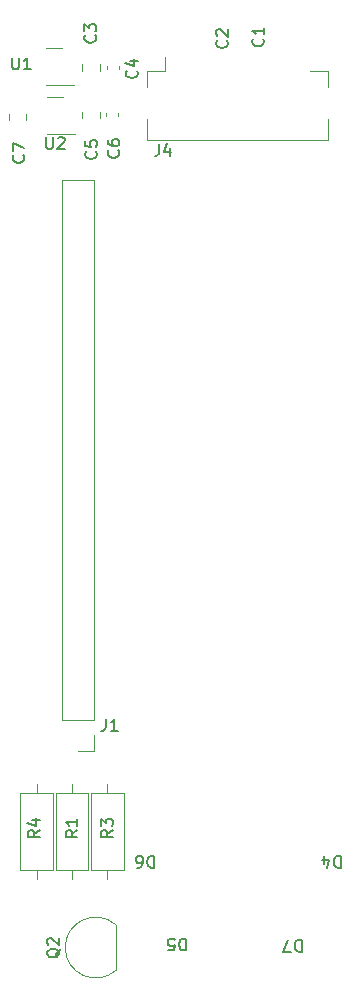
<source format=gbr>
%TF.GenerationSoftware,KiCad,Pcbnew,(6.0.6)*%
%TF.CreationDate,2022-07-04T20:27:39+02:00*%
%TF.ProjectId,vogelhuisje_camera_board,766f6765-6c68-4756-9973-6a655f63616d,rev?*%
%TF.SameCoordinates,Original*%
%TF.FileFunction,Legend,Top*%
%TF.FilePolarity,Positive*%
%FSLAX46Y46*%
G04 Gerber Fmt 4.6, Leading zero omitted, Abs format (unit mm)*
G04 Created by KiCad (PCBNEW (6.0.6)) date 2022-07-04 20:27:39*
%MOMM*%
%LPD*%
G01*
G04 APERTURE LIST*
%ADD10C,0.150000*%
%ADD11C,0.120000*%
G04 APERTURE END LIST*
D10*
%TO.C,D7*%
X120438095Y-145147619D02*
X120438095Y-146147619D01*
X120200000Y-146147619D01*
X120057142Y-146100000D01*
X119961904Y-146004761D01*
X119914285Y-145909523D01*
X119866666Y-145719047D01*
X119866666Y-145576190D01*
X119914285Y-145385714D01*
X119961904Y-145290476D01*
X120057142Y-145195238D01*
X120200000Y-145147619D01*
X120438095Y-145147619D01*
X119533333Y-146147619D02*
X118866666Y-146147619D01*
X119295238Y-145147619D01*
%TO.C,C6*%
X104917142Y-78306666D02*
X104964761Y-78354285D01*
X105012380Y-78497142D01*
X105012380Y-78592380D01*
X104964761Y-78735238D01*
X104869523Y-78830476D01*
X104774285Y-78878095D01*
X104583809Y-78925714D01*
X104440952Y-78925714D01*
X104250476Y-78878095D01*
X104155238Y-78830476D01*
X104060000Y-78735238D01*
X104012380Y-78592380D01*
X104012380Y-78497142D01*
X104060000Y-78354285D01*
X104107619Y-78306666D01*
X104012380Y-77449523D02*
X104012380Y-77640000D01*
X104060000Y-77735238D01*
X104107619Y-77782857D01*
X104250476Y-77878095D01*
X104440952Y-77925714D01*
X104821904Y-77925714D01*
X104917142Y-77878095D01*
X104964761Y-77830476D01*
X105012380Y-77735238D01*
X105012380Y-77544761D01*
X104964761Y-77449523D01*
X104917142Y-77401904D01*
X104821904Y-77354285D01*
X104583809Y-77354285D01*
X104488571Y-77401904D01*
X104440952Y-77449523D01*
X104393333Y-77544761D01*
X104393333Y-77735238D01*
X104440952Y-77830476D01*
X104488571Y-77878095D01*
X104583809Y-77925714D01*
%TO.C,Q2*%
X99987619Y-145905238D02*
X99940000Y-146000476D01*
X99844761Y-146095714D01*
X99701904Y-146238571D01*
X99654285Y-146333809D01*
X99654285Y-146429047D01*
X99892380Y-146381428D02*
X99844761Y-146476666D01*
X99749523Y-146571904D01*
X99559047Y-146619523D01*
X99225714Y-146619523D01*
X99035238Y-146571904D01*
X98940000Y-146476666D01*
X98892380Y-146381428D01*
X98892380Y-146190952D01*
X98940000Y-146095714D01*
X99035238Y-146000476D01*
X99225714Y-145952857D01*
X99559047Y-145952857D01*
X99749523Y-146000476D01*
X99844761Y-146095714D01*
X99892380Y-146190952D01*
X99892380Y-146381428D01*
X98987619Y-145571904D02*
X98940000Y-145524285D01*
X98892380Y-145429047D01*
X98892380Y-145190952D01*
X98940000Y-145095714D01*
X98987619Y-145048095D01*
X99082857Y-145000476D01*
X99178095Y-145000476D01*
X99320952Y-145048095D01*
X99892380Y-145619523D01*
X99892380Y-145000476D01*
%TO.C,C2*%
X114107142Y-69006666D02*
X114154761Y-69054285D01*
X114202380Y-69197142D01*
X114202380Y-69292380D01*
X114154761Y-69435238D01*
X114059523Y-69530476D01*
X113964285Y-69578095D01*
X113773809Y-69625714D01*
X113630952Y-69625714D01*
X113440476Y-69578095D01*
X113345238Y-69530476D01*
X113250000Y-69435238D01*
X113202380Y-69292380D01*
X113202380Y-69197142D01*
X113250000Y-69054285D01*
X113297619Y-69006666D01*
X113297619Y-68625714D02*
X113250000Y-68578095D01*
X113202380Y-68482857D01*
X113202380Y-68244761D01*
X113250000Y-68149523D01*
X113297619Y-68101904D01*
X113392857Y-68054285D01*
X113488095Y-68054285D01*
X113630952Y-68101904D01*
X114202380Y-68673333D01*
X114202380Y-68054285D01*
%TO.C,R1*%
X101452380Y-135866666D02*
X100976190Y-136200000D01*
X101452380Y-136438095D02*
X100452380Y-136438095D01*
X100452380Y-136057142D01*
X100500000Y-135961904D01*
X100547619Y-135914285D01*
X100642857Y-135866666D01*
X100785714Y-135866666D01*
X100880952Y-135914285D01*
X100928571Y-135961904D01*
X100976190Y-136057142D01*
X100976190Y-136438095D01*
X101452380Y-134914285D02*
X101452380Y-135485714D01*
X101452380Y-135200000D02*
X100452380Y-135200000D01*
X100595238Y-135295238D01*
X100690476Y-135390476D01*
X100738095Y-135485714D01*
%TO.C,U2*%
X98798095Y-77192380D02*
X98798095Y-78001904D01*
X98845714Y-78097142D01*
X98893333Y-78144761D01*
X98988571Y-78192380D01*
X99179047Y-78192380D01*
X99274285Y-78144761D01*
X99321904Y-78097142D01*
X99369523Y-78001904D01*
X99369523Y-77192380D01*
X99798095Y-77287619D02*
X99845714Y-77240000D01*
X99940952Y-77192380D01*
X100179047Y-77192380D01*
X100274285Y-77240000D01*
X100321904Y-77287619D01*
X100369523Y-77382857D01*
X100369523Y-77478095D01*
X100321904Y-77620952D01*
X99750476Y-78192380D01*
X100369523Y-78192380D01*
%TO.C,R3*%
X104452380Y-135866666D02*
X103976190Y-136200000D01*
X104452380Y-136438095D02*
X103452380Y-136438095D01*
X103452380Y-136057142D01*
X103500000Y-135961904D01*
X103547619Y-135914285D01*
X103642857Y-135866666D01*
X103785714Y-135866666D01*
X103880952Y-135914285D01*
X103928571Y-135961904D01*
X103976190Y-136057142D01*
X103976190Y-136438095D01*
X103452380Y-135533333D02*
X103452380Y-134914285D01*
X103833333Y-135247619D01*
X103833333Y-135104761D01*
X103880952Y-135009523D01*
X103928571Y-134961904D01*
X104023809Y-134914285D01*
X104261904Y-134914285D01*
X104357142Y-134961904D01*
X104404761Y-135009523D01*
X104452380Y-135104761D01*
X104452380Y-135390476D01*
X104404761Y-135485714D01*
X104357142Y-135533333D01*
%TO.C,D6*%
X107938095Y-138047619D02*
X107938095Y-139047619D01*
X107700000Y-139047619D01*
X107557142Y-139000000D01*
X107461904Y-138904761D01*
X107414285Y-138809523D01*
X107366666Y-138619047D01*
X107366666Y-138476190D01*
X107414285Y-138285714D01*
X107461904Y-138190476D01*
X107557142Y-138095238D01*
X107700000Y-138047619D01*
X107938095Y-138047619D01*
X106509523Y-139047619D02*
X106700000Y-139047619D01*
X106795238Y-139000000D01*
X106842857Y-138952380D01*
X106938095Y-138809523D01*
X106985714Y-138619047D01*
X106985714Y-138238095D01*
X106938095Y-138142857D01*
X106890476Y-138095238D01*
X106795238Y-138047619D01*
X106604761Y-138047619D01*
X106509523Y-138095238D01*
X106461904Y-138142857D01*
X106414285Y-138238095D01*
X106414285Y-138476190D01*
X106461904Y-138571428D01*
X106509523Y-138619047D01*
X106604761Y-138666666D01*
X106795238Y-138666666D01*
X106890476Y-138619047D01*
X106938095Y-138571428D01*
X106985714Y-138476190D01*
%TO.C,J4*%
X108366666Y-77752380D02*
X108366666Y-78466666D01*
X108319047Y-78609523D01*
X108223809Y-78704761D01*
X108080952Y-78752380D01*
X107985714Y-78752380D01*
X109271428Y-78085714D02*
X109271428Y-78752380D01*
X109033333Y-77704761D02*
X108795238Y-78419047D01*
X109414285Y-78419047D01*
%TO.C,J1*%
X103866666Y-126452380D02*
X103866666Y-127166666D01*
X103819047Y-127309523D01*
X103723809Y-127404761D01*
X103580952Y-127452380D01*
X103485714Y-127452380D01*
X104866666Y-127452380D02*
X104295238Y-127452380D01*
X104580952Y-127452380D02*
X104580952Y-126452380D01*
X104485714Y-126595238D01*
X104390476Y-126690476D01*
X104295238Y-126738095D01*
%TO.C,R4*%
X98252380Y-135866666D02*
X97776190Y-136200000D01*
X98252380Y-136438095D02*
X97252380Y-136438095D01*
X97252380Y-136057142D01*
X97300000Y-135961904D01*
X97347619Y-135914285D01*
X97442857Y-135866666D01*
X97585714Y-135866666D01*
X97680952Y-135914285D01*
X97728571Y-135961904D01*
X97776190Y-136057142D01*
X97776190Y-136438095D01*
X97585714Y-135009523D02*
X98252380Y-135009523D01*
X97204761Y-135247619D02*
X97919047Y-135485714D01*
X97919047Y-134866666D01*
%TO.C,C1*%
X117157142Y-68876666D02*
X117204761Y-68924285D01*
X117252380Y-69067142D01*
X117252380Y-69162380D01*
X117204761Y-69305238D01*
X117109523Y-69400476D01*
X117014285Y-69448095D01*
X116823809Y-69495714D01*
X116680952Y-69495714D01*
X116490476Y-69448095D01*
X116395238Y-69400476D01*
X116300000Y-69305238D01*
X116252380Y-69162380D01*
X116252380Y-69067142D01*
X116300000Y-68924285D01*
X116347619Y-68876666D01*
X117252380Y-67924285D02*
X117252380Y-68495714D01*
X117252380Y-68210000D02*
X116252380Y-68210000D01*
X116395238Y-68305238D01*
X116490476Y-68400476D01*
X116538095Y-68495714D01*
%TO.C,D4*%
X123738095Y-138047619D02*
X123738095Y-139047619D01*
X123500000Y-139047619D01*
X123357142Y-139000000D01*
X123261904Y-138904761D01*
X123214285Y-138809523D01*
X123166666Y-138619047D01*
X123166666Y-138476190D01*
X123214285Y-138285714D01*
X123261904Y-138190476D01*
X123357142Y-138095238D01*
X123500000Y-138047619D01*
X123738095Y-138047619D01*
X122309523Y-138714285D02*
X122309523Y-138047619D01*
X122547619Y-139095238D02*
X122785714Y-138380952D01*
X122166666Y-138380952D01*
%TO.C,C3*%
X102957142Y-68566666D02*
X103004761Y-68614285D01*
X103052380Y-68757142D01*
X103052380Y-68852380D01*
X103004761Y-68995238D01*
X102909523Y-69090476D01*
X102814285Y-69138095D01*
X102623809Y-69185714D01*
X102480952Y-69185714D01*
X102290476Y-69138095D01*
X102195238Y-69090476D01*
X102100000Y-68995238D01*
X102052380Y-68852380D01*
X102052380Y-68757142D01*
X102100000Y-68614285D01*
X102147619Y-68566666D01*
X102052380Y-68233333D02*
X102052380Y-67614285D01*
X102433333Y-67947619D01*
X102433333Y-67804761D01*
X102480952Y-67709523D01*
X102528571Y-67661904D01*
X102623809Y-67614285D01*
X102861904Y-67614285D01*
X102957142Y-67661904D01*
X103004761Y-67709523D01*
X103052380Y-67804761D01*
X103052380Y-68090476D01*
X103004761Y-68185714D01*
X102957142Y-68233333D01*
%TO.C,U1*%
X95938095Y-70452380D02*
X95938095Y-71261904D01*
X95985714Y-71357142D01*
X96033333Y-71404761D01*
X96128571Y-71452380D01*
X96319047Y-71452380D01*
X96414285Y-71404761D01*
X96461904Y-71357142D01*
X96509523Y-71261904D01*
X96509523Y-70452380D01*
X97509523Y-71452380D02*
X96938095Y-71452380D01*
X97223809Y-71452380D02*
X97223809Y-70452380D01*
X97128571Y-70595238D01*
X97033333Y-70690476D01*
X96938095Y-70738095D01*
%TO.C,C7*%
X96877142Y-78726666D02*
X96924761Y-78774285D01*
X96972380Y-78917142D01*
X96972380Y-79012380D01*
X96924761Y-79155238D01*
X96829523Y-79250476D01*
X96734285Y-79298095D01*
X96543809Y-79345714D01*
X96400952Y-79345714D01*
X96210476Y-79298095D01*
X96115238Y-79250476D01*
X96020000Y-79155238D01*
X95972380Y-79012380D01*
X95972380Y-78917142D01*
X96020000Y-78774285D01*
X96067619Y-78726666D01*
X95972380Y-78393333D02*
X95972380Y-77726666D01*
X96972380Y-78155238D01*
%TO.C,D5*%
X110638095Y-145047619D02*
X110638095Y-146047619D01*
X110400000Y-146047619D01*
X110257142Y-146000000D01*
X110161904Y-145904761D01*
X110114285Y-145809523D01*
X110066666Y-145619047D01*
X110066666Y-145476190D01*
X110114285Y-145285714D01*
X110161904Y-145190476D01*
X110257142Y-145095238D01*
X110400000Y-145047619D01*
X110638095Y-145047619D01*
X109161904Y-146047619D02*
X109638095Y-146047619D01*
X109685714Y-145571428D01*
X109638095Y-145619047D01*
X109542857Y-145666666D01*
X109304761Y-145666666D01*
X109209523Y-145619047D01*
X109161904Y-145571428D01*
X109114285Y-145476190D01*
X109114285Y-145238095D01*
X109161904Y-145142857D01*
X109209523Y-145095238D01*
X109304761Y-145047619D01*
X109542857Y-145047619D01*
X109638095Y-145095238D01*
X109685714Y-145142857D01*
%TO.C,C5*%
X103017142Y-78406666D02*
X103064761Y-78454285D01*
X103112380Y-78597142D01*
X103112380Y-78692380D01*
X103064761Y-78835238D01*
X102969523Y-78930476D01*
X102874285Y-78978095D01*
X102683809Y-79025714D01*
X102540952Y-79025714D01*
X102350476Y-78978095D01*
X102255238Y-78930476D01*
X102160000Y-78835238D01*
X102112380Y-78692380D01*
X102112380Y-78597142D01*
X102160000Y-78454285D01*
X102207619Y-78406666D01*
X102112380Y-77501904D02*
X102112380Y-77978095D01*
X102588571Y-78025714D01*
X102540952Y-77978095D01*
X102493333Y-77882857D01*
X102493333Y-77644761D01*
X102540952Y-77549523D01*
X102588571Y-77501904D01*
X102683809Y-77454285D01*
X102921904Y-77454285D01*
X103017142Y-77501904D01*
X103064761Y-77549523D01*
X103112380Y-77644761D01*
X103112380Y-77882857D01*
X103064761Y-77978095D01*
X103017142Y-78025714D01*
%TO.C,C4*%
X106457142Y-71566666D02*
X106504761Y-71614285D01*
X106552380Y-71757142D01*
X106552380Y-71852380D01*
X106504761Y-71995238D01*
X106409523Y-72090476D01*
X106314285Y-72138095D01*
X106123809Y-72185714D01*
X105980952Y-72185714D01*
X105790476Y-72138095D01*
X105695238Y-72090476D01*
X105600000Y-71995238D01*
X105552380Y-71852380D01*
X105552380Y-71757142D01*
X105600000Y-71614285D01*
X105647619Y-71566666D01*
X105885714Y-70709523D02*
X106552380Y-70709523D01*
X105504761Y-70947619D02*
X106219047Y-71185714D01*
X106219047Y-70566666D01*
D11*
%TO.C,C6*%
X103890000Y-75153733D02*
X103890000Y-75446267D01*
X104910000Y-75153733D02*
X104910000Y-75446267D01*
%TO.C,Q2*%
X104700000Y-147750000D02*
X104700000Y-143900000D01*
X104690122Y-143861389D02*
G75*
G03*
X104700000Y-147750000I-1690122J-1948611D01*
G01*
%TO.C,R1*%
X101000000Y-131960000D02*
X101000000Y-132730000D01*
X99630000Y-132730000D02*
X99630000Y-139270000D01*
X102370000Y-139270000D02*
X102370000Y-132730000D01*
X99630000Y-139270000D02*
X102370000Y-139270000D01*
X102370000Y-132730000D02*
X99630000Y-132730000D01*
X101000000Y-140040000D02*
X101000000Y-139270000D01*
%TO.C,U2*%
X99560000Y-73780000D02*
X98910000Y-73780000D01*
X99560000Y-76900000D02*
X101235000Y-76900000D01*
X99560000Y-76900000D02*
X98910000Y-76900000D01*
X99560000Y-73780000D02*
X100210000Y-73780000D01*
%TO.C,R3*%
X105370000Y-139270000D02*
X105370000Y-132730000D01*
X104000000Y-131960000D02*
X104000000Y-132730000D01*
X102630000Y-132730000D02*
X102630000Y-139270000D01*
X104000000Y-140040000D02*
X104000000Y-139270000D01*
X102630000Y-139270000D02*
X105370000Y-139270000D01*
X105370000Y-132730000D02*
X102630000Y-132730000D01*
%TO.C,J4*%
X107350000Y-71600000D02*
X107350000Y-72940000D01*
X122650000Y-71600000D02*
X122650000Y-72940000D01*
X108840000Y-71600000D02*
X108840000Y-70400000D01*
X122650000Y-77400000D02*
X122650000Y-75660000D01*
X108840000Y-71600000D02*
X107350000Y-71600000D01*
X121160000Y-71600000D02*
X122650000Y-71600000D01*
X107350000Y-75660000D02*
X107350000Y-77400000D01*
X107350000Y-77400000D02*
X122650000Y-77400000D01*
%TO.C,J1*%
X102830000Y-126580000D02*
X102830000Y-80800000D01*
X102830000Y-126580000D02*
X100170000Y-126580000D01*
X102830000Y-127850000D02*
X102830000Y-129180000D01*
X100170000Y-126580000D02*
X100170000Y-80800000D01*
X102830000Y-80800000D02*
X100170000Y-80800000D01*
X102830000Y-129180000D02*
X101500000Y-129180000D01*
%TO.C,R4*%
X96630000Y-139270000D02*
X99370000Y-139270000D01*
X99370000Y-139270000D02*
X99370000Y-132730000D01*
X98000000Y-140040000D02*
X98000000Y-139270000D01*
X99370000Y-132730000D02*
X96630000Y-132730000D01*
X96630000Y-132730000D02*
X96630000Y-139270000D01*
X98000000Y-131960000D02*
X98000000Y-132730000D01*
%TO.C,C3*%
X101865000Y-71038748D02*
X101865000Y-71561252D01*
X103335000Y-71038748D02*
X103335000Y-71561252D01*
%TO.C,U1*%
X99460000Y-72740000D02*
X101135000Y-72740000D01*
X99460000Y-69620000D02*
X98810000Y-69620000D01*
X99460000Y-69620000D02*
X100110000Y-69620000D01*
X99460000Y-72740000D02*
X98810000Y-72740000D01*
%TO.C,C7*%
X95665000Y-75238748D02*
X95665000Y-75761252D01*
X97135000Y-75238748D02*
X97135000Y-75761252D01*
%TO.C,C5*%
X101865000Y-75038748D02*
X101865000Y-75561252D01*
X103335000Y-75038748D02*
X103335000Y-75561252D01*
%TO.C,C4*%
X104970000Y-71153733D02*
X104970000Y-71446267D01*
X103950000Y-71153733D02*
X103950000Y-71446267D01*
%TD*%
M02*

</source>
